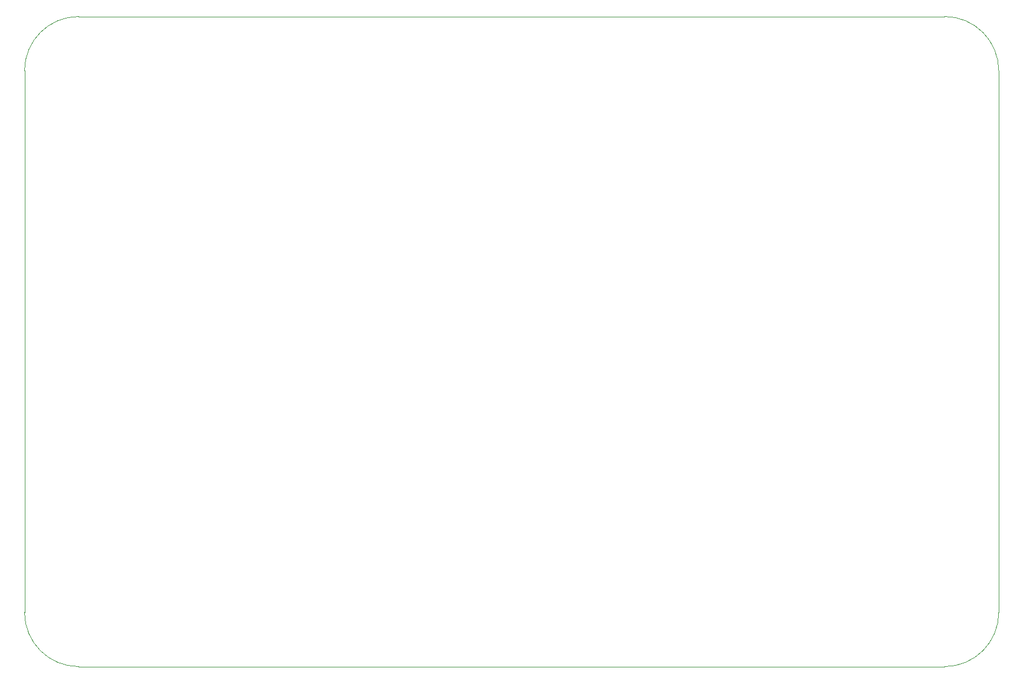
<source format=gbr>
%TF.GenerationSoftware,KiCad,Pcbnew,(5.1.9-0-10_14)*%
%TF.CreationDate,2021-04-13T19:55:37+09:00*%
%TF.ProjectId,IKIDS,494b4944-532e-46b6-9963-61645f706362,rev?*%
%TF.SameCoordinates,Original*%
%TF.FileFunction,Profile,NP*%
%FSLAX46Y46*%
G04 Gerber Fmt 4.6, Leading zero omitted, Abs format (unit mm)*
G04 Created by KiCad (PCBNEW (5.1.9-0-10_14)) date 2021-04-13 19:55:37*
%MOMM*%
%LPD*%
G01*
G04 APERTURE LIST*
%TA.AperFunction,Profile*%
%ADD10C,0.050000*%
%TD*%
G04 APERTURE END LIST*
D10*
X71437500Y-146050000D02*
X71437500Y-66675000D01*
X206375000Y-153987500D02*
X79375000Y-153987500D01*
X214312500Y-66675000D02*
X214312500Y-146050000D01*
X79375000Y-58737500D02*
X206375000Y-58737500D01*
X71437500Y-66675000D02*
G75*
G02*
X79375000Y-58737500I7937500J0D01*
G01*
X79375000Y-153987500D02*
G75*
G02*
X71437500Y-146050000I0J7937500D01*
G01*
X214312500Y-146050000D02*
G75*
G02*
X206375000Y-153987500I-7937500J0D01*
G01*
X206375000Y-58737500D02*
G75*
G02*
X214312500Y-66675000I0J-7937500D01*
G01*
M02*

</source>
